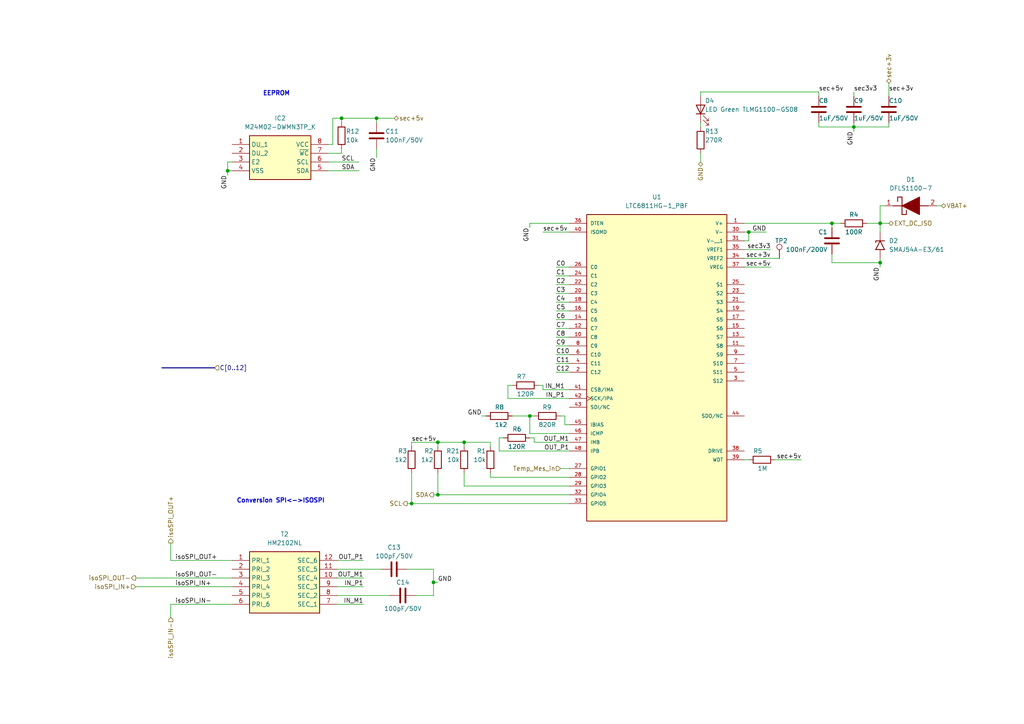
<source format=kicad_sch>
(kicad_sch (version 20230121) (generator eeschema)
  (paper "A4")
  (title_block (title "Secondary Battery monitoring IC") (date "2023-12-30") (rev "V1.0") (company "Valais Wallis Racing Team") (comment 1 "Bétrisey Mattia"))
  (lib_symbols
    (symbol "Connector:TestPoint" (pin_numbers hide) (pin_names (offset 0.762) hide)
      (property "Reference" "TP" (at 0 6.858 0))
      (property "Value" "TestPoint" (at 0 5.08 0))
      (symbol "TestPoint_0_1"
        (circle (center 0 3.302) (radius 0.762))
      )
      (symbol "TestPoint_1_1"
        (pin passive line (at 0 0 90) (length 2.54) (name "1") (number "1"))
      )
    )
    (symbol "DFLS1100-7:DFLS1100-7" (pin_names hide)
      (property "Reference" "D" (at 11.43 5.08 0))
      (property "Value" "DFLS1100-7" (at 11.43 2.54 0))
      (symbol "DFLS1100-7_1_1"
        (polyline (pts (xy 2.54 0) (xy 5.08 0)) (stroke (width 0.254)))
        (polyline (pts (xy 5.08 2.54) (xy 5.08 -2.54)) (stroke (width 0.254)))
        (polyline (pts (xy 10.16 0) (xy 12.7 0)) (stroke (width 0.254)))
        (polyline (pts (xy 5.08 -2.54) (xy 3.81 -2.54) (xy 3.81 -1.27)) (stroke (width 0.254)))
        (polyline (pts (xy 5.08 2.54) (xy 6.35 2.54) (xy 6.35 1.27)) (stroke (width 0.254)))
        (polyline (pts (xy 5.08 0) (xy 10.16 2.54) (xy 10.16 -2.54) (xy 5.08 0)) (stroke (width 0.254)) (fill (type outline)))
        (pin passive line (at 0 0 0) (length 2.54) (name "K") (number "1"))
        (pin passive line (at 15.24 0 180) (length 2.54) (name "A") (number "2"))
      )
    )
    (symbol "Device:C" (pin_numbers hide) (pin_names (offset 0.254))
      (property "Reference" "C" (at 0.635 2.54 0))
      (property "Value" "C" (at 0.635 -2.54 0))
      (symbol "C_0_1"
        (polyline (pts (xy -2.032 -0.762) (xy 2.032 -0.762)) (stroke (width 0.508)))
        (polyline (pts (xy -2.032 0.762) (xy 2.032 0.762)) (stroke (width 0.508)))
      )
      (symbol "C_1_1"
        (pin passive line (at 0 3.81 270) (length 2.794) (name "~") (number "1"))
        (pin passive line (at 0 -3.81 90) (length 2.794) (name "~") (number "2"))
      )
    )
    (symbol "Device:LED" (pin_numbers hide) (pin_names (offset 1.016) hide)
      (property "Reference" "D" (at 0 2.54 0))
      (property "Value" "LED" (at 0 -2.54 0))
      (symbol "LED_0_1"
        (polyline (pts (xy -1.27 -1.27) (xy -1.27 1.27)) (stroke (width 0.254)))
        (polyline (pts (xy -1.27 0) (xy 1.27 0)))
        (polyline (pts (xy 1.27 -1.27) (xy 1.27 1.27) (xy -1.27 0) (xy 1.27 -1.27)) (stroke (width 0.254)))
        (polyline (pts (xy -3.048 -0.762) (xy -4.572 -2.286) (xy -3.81 -2.286) (xy -4.572 -2.286) (xy -4.572 -1.524)))
        (polyline (pts (xy -1.778 -0.762) (xy -3.302 -2.286) (xy -2.54 -2.286) (xy -3.302 -2.286) (xy -3.302 -1.524)))
      )
      (symbol "LED_1_1"
        (pin passive line (at -3.81 0 0) (length 2.54) (name "K") (number "1"))
        (pin passive line (at 3.81 0 180) (length 2.54) (name "A") (number "2"))
      )
    )
    (symbol "Device:R" (pin_numbers hide) (pin_names (offset 0))
      (property "Reference" "R" (at 2.032 0 90))
      (property "Value" "R" (at 0 0 90))
      (symbol "R_0_1"
        (rectangle (start -1.016 -2.54) (end 1.016 2.54) (stroke (width 0.254)))
      )
      (symbol "R_1_1"
        (pin passive line (at 0 3.81 270) (length 1.27) (name "~") (number "1"))
        (pin passive line (at 0 -3.81 90) (length 1.27) (name "~") (number "2"))
      )
    )
    (symbol "Diode:SMAJ85A" (pin_numbers hide) (pin_names (offset 1.016) hide)
      (property "Reference" "D" (at 0 2.54 0))
      (property "Value" "SMAJ85A" (at 0 -2.54 0))
      (symbol "SMAJ85A_0_1"
        (polyline (pts (xy -0.762 1.27) (xy -1.27 1.27) (xy -1.27 -1.27)) (stroke (width 0.254)))
        (polyline (pts (xy 1.27 1.27) (xy 1.27 -1.27) (xy -1.27 0) (xy 1.27 1.27)) (stroke (width 0.254)))
      )
      (symbol "SMAJ85A_1_1"
        (pin passive line (at -3.81 0 0) (length 2.54) (name "A1") (number "1"))
        (pin passive line (at 3.81 0 180) (length 2.54) (name "A2") (number "2"))
      )
    )
    (symbol "HM2102NL:HM2102NL"
      (property "Reference" "T" (at 26.67 7.62 0))
      (property "Value" "HM2102NL" (at 26.67 5.08 0))
      (symbol "HM2102NL_1_1"
        (rectangle (start 5.08 2.54) (end 25.4 -15.24) (stroke (width 0.254)) (fill (type background)))
        (pin passive line (at 0 0 0) (length 5.08) (name "PRI_1") (number "1"))
        (pin passive line (at 30.48 -5.08 180) (length 5.08) (name "SEC_4") (number "10"))
        (pin passive line (at 30.48 -2.54 180) (length 5.08) (name "SEC_5") (number "11"))
        (pin passive line (at 30.48 0 180) (length 5.08) (name "SEC_6") (number "12"))
        (pin passive line (at 0 -2.54 0) (length 5.08) (name "PRI_2") (number "2"))
        (pin passive line (at 0 -5.08 0) (length 5.08) (name "PRI_3") (number "3"))
        (pin passive line (at 0 -7.62 0) (length 5.08) (name "PRI_4") (number "4"))
        (pin passive line (at 0 -10.16 0) (length 5.08) (name "PRI_5") (number "5"))
        (pin passive line (at 0 -12.7 0) (length 5.08) (name "PRI_6") (number "6"))
        (pin passive line (at 30.48 -12.7 180) (length 5.08) (name "SEC_1") (number "7"))
        (pin passive line (at 30.48 -10.16 180) (length 5.08) (name "SEC_2") (number "8"))
        (pin passive line (at 30.48 -7.62 180) (length 5.08) (name "SEC_3") (number "9"))
      )
    )
    (symbol "LTC6811HG-1_PBF:LTC6811HG-1_PBF" (pin_names (offset 1.016))
      (property "Reference" "U" (at -20.3929 43.8448 0))
      (property "Value" "LTC6811HG-1_PBF" (at -20.3495 -50.8702 0))
      (symbol "LTC6811HG-1_PBF_0_0"
        (rectangle (start -20.32 -45.72) (end 20.32 43.18) (stroke (width 0.254)) (fill (type background)))
        (pin power_in line (at 25.4 40.64 180) (length 5.08) (name "V+") (number "1"))
        (pin input line (at -25.4 7.62 0) (length 5.08) (name "C8") (number "10"))
        (pin bidirectional line (at 25.4 5.08 180) (length 5.08) (name "S8") (number "11"))
        (pin input line (at -25.4 10.16 0) (length 5.08) (name "C7") (number "12"))
        (pin bidirectional line (at 25.4 7.62 180) (length 5.08) (name "S7") (number "13"))
        (pin input line (at -25.4 12.7 0) (length 5.08) (name "C6") (number "14"))
        (pin bidirectional line (at 25.4 10.16 180) (length 5.08) (name "S6") (number "15"))
        (pin input line (at -25.4 15.24 0) (length 5.08) (name "C5") (number "16"))
        (pin bidirectional line (at 25.4 12.7 180) (length 5.08) (name "S5") (number "17"))
        (pin input line (at -25.4 17.78 0) (length 5.08) (name "C4") (number "18"))
        (pin bidirectional line (at 25.4 15.24 180) (length 5.08) (name "S4") (number "19"))
        (pin input line (at -25.4 -2.54 0) (length 5.08) (name "C12") (number "2"))
        (pin input line (at -25.4 20.32 0) (length 5.08) (name "C3") (number "20"))
        (pin bidirectional line (at 25.4 17.78 180) (length 5.08) (name "S3") (number "21"))
        (pin input line (at -25.4 22.86 0) (length 5.08) (name "C2") (number "22"))
        (pin bidirectional line (at 25.4 20.32 180) (length 5.08) (name "S2") (number "23"))
        (pin input line (at -25.4 25.4 0) (length 5.08) (name "C1") (number "24"))
        (pin bidirectional line (at 25.4 22.86 180) (length 5.08) (name "S1") (number "25"))
        (pin input line (at -25.4 27.94 0) (length 5.08) (name "C0") (number "26"))
        (pin bidirectional line (at -25.4 -30.48 0) (length 5.08) (name "GPIO1") (number "27"))
        (pin bidirectional line (at -25.4 -33.02 0) (length 5.08) (name "GPIO2") (number "28"))
        (pin bidirectional line (at -25.4 -35.56 0) (length 5.08) (name "GPIO3") (number "29"))
        (pin bidirectional line (at 25.4 -5.08 180) (length 5.08) (name "S12") (number "3"))
        (pin power_in line (at 25.4 38.1 180) (length 5.08) (name "V-") (number "30"))
        (pin power_in line (at 25.4 35.56 180) (length 5.08) (name "V-__1") (number "31"))
        (pin bidirectional line (at -25.4 -38.1 0) (length 5.08) (name "GPIO4") (number "32"))
        (pin bidirectional line (at -25.4 -40.64 0) (length 5.08) (name "GPIO5") (number "33"))
        (pin power_in line (at 25.4 30.48 180) (length 5.08) (name "VREF2") (number "34"))
        (pin power_in line (at 25.4 33.02 180) (length 5.08) (name "VREF1") (number "35"))
        (pin input line (at -25.4 40.64 0) (length 5.08) (name "DTEN") (number "36"))
        (pin power_in line (at 25.4 27.94 180) (length 5.08) (name "VREG") (number "37"))
        (pin output line (at 25.4 -25.4 180) (length 5.08) (name "DRIVE") (number "38"))
        (pin output line (at 25.4 -27.94 180) (length 5.08) (name "WDT") (number "39"))
        (pin input line (at -25.4 0 0) (length 5.08) (name "C11") (number "4"))
        (pin input line (at -25.4 38.1 0) (length 5.08) (name "ISOMD") (number "40"))
        (pin input line (at -25.4 -7.62 0) (length 5.08) (name "CSB/IMA") (number "41"))
        (pin input clock (at -25.4 -10.16 0) (length 5.08) (name "SCK/IPA") (number "42"))
        (pin input line (at -25.4 -12.7 0) (length 5.08) (name "SDI/NC") (number "43"))
        (pin output line (at 25.4 -15.24 180) (length 5.08) (name "SDO/NC") (number "44"))
        (pin bidirectional line (at -25.4 -17.78 0) (length 5.08) (name "IBIAS") (number "45"))
        (pin bidirectional line (at -25.4 -20.32 0) (length 5.08) (name "ICMP") (number "46"))
        (pin bidirectional line (at -25.4 -22.86 0) (length 5.08) (name "IMB") (number "47"))
        (pin bidirectional line (at -25.4 -25.4 0) (length 5.08) (name "IPB") (number "48"))
        (pin bidirectional line (at 25.4 -2.54 180) (length 5.08) (name "S11") (number "5"))
        (pin input line (at -25.4 2.54 0) (length 5.08) (name "C10") (number "6"))
        (pin bidirectional line (at 25.4 0 180) (length 5.08) (name "S10") (number "7"))
        (pin input line (at -25.4 5.08 0) (length 5.08) (name "C9") (number "8"))
        (pin bidirectional line (at 25.4 2.54 180) (length 5.08) (name "S9") (number "9"))
      )
    )
    (symbol "M24M02-DWMN3TP_K:M24M02-DWMN3TP_K"
      (property "Reference" "IC" (at 24.13 7.62 0))
      (property "Value" "M24M02-DWMN3TP_K" (at 24.13 5.08 0))
      (symbol "M24M02-DWMN3TP_K_1_1"
        (rectangle (start 5.08 2.54) (end 22.86 -10.16) (stroke (width 0.254)) (fill (type background)))
        (pin passive line (at 0 0 0) (length 5.08) (name "DU_1") (number "1"))
        (pin passive line (at 0 -2.54 0) (length 5.08) (name "DU_2") (number "2"))
        (pin passive line (at 0 -5.08 0) (length 5.08) (name "E2") (number "3"))
        (pin passive line (at 0 -7.62 0) (length 5.08) (name "VSS") (number "4"))
        (pin passive line (at 27.94 -7.62 180) (length 5.08) (name "SDA") (number "5"))
        (pin passive line (at 27.94 -5.08 180) (length 5.08) (name "SCL") (number "6"))
        (pin passive line (at 27.94 -2.54 180) (length 5.08) (name "~{WC}") (number "7"))
        (pin passive line (at 27.94 0 180) (length 5.08) (name "VCC") (number "8"))
      )
    )
  )
  (junction (at 217.17 67.31))
  (junction (at 255.27 64.77))
  (junction (at 119.38 146.05))
  (junction (at 153.67 120.65))
  (junction (at 134.62 128.27))
  (junction (at 255.27 76.2))
  (junction (at 66.04 49.53))
  (junction (at 241.3 64.77))
  (junction (at 109.22 34.29))
  (junction (at 125.73 168.91))
  (junction (at 127 143.51))
  (junction (at 99.06 34.29))
  (junction (at 247.65 36.83))
  (junction (at 127 128.27))
  (wire (pts (xy 49.53 157.48) (xy 49.53 162.56)))
  (wire (pts (xy 257.81 24.13) (xy 257.81 27.94)))
  (wire (pts (xy 147.32 115.57) (xy 165.1 115.57)))
  (wire (pts (xy 127 128.27) (xy 127 129.54)))
  (wire (pts (xy 147.32 111.76) (xy 148.59 111.76)))
  (wire (pts (xy 66.04 46.99) (xy 66.04 49.53)))
  (wire (pts (xy 203.2 44.45) (xy 203.2 46.99)))
  (wire (pts (xy 49.53 175.26) (xy 49.53 179.07)))
  (wire (pts (xy 99.06 34.29) (xy 99.06 35.56)))
  (wire (pts (xy 95.25 46.99) (xy 104.14 46.99)))
  (wire (pts (xy 147.32 111.76) (xy 147.32 115.57)))
  (wire (pts (xy 163.83 123.19) (xy 165.1 123.19)))
  (wire (pts (xy 96.52 34.29) (xy 96.52 41.91)))
  (wire (pts (xy 243.84 64.77) (xy 241.3 64.77)))
  (wire (pts (xy 247.65 36.83) (xy 257.81 36.83)))
  (wire (pts (xy 99.06 34.29) (xy 109.22 34.29)))
  (wire (pts (xy 165.1 100.33) (xy 161.29 100.33)))
  (wire (pts (xy 144.78 127) (xy 144.78 130.81)))
  (wire (pts (xy 153.67 120.65) (xy 153.67 125.73)))
  (wire (pts (xy 142.24 137.16) (xy 142.24 138.43)))
  (wire (pts (xy 165.1 135.89) (xy 162.56 135.89)))
  (wire (pts (xy 215.9 72.39) (xy 223.52 72.39)))
  (wire (pts (xy 118.11 165.1) (xy 125.73 165.1)))
  (wire (pts (xy 217.17 133.35) (xy 215.9 133.35)))
  (wire (pts (xy 163.83 120.65) (xy 162.56 120.65)))
  (wire (pts (xy 255.27 59.69) (xy 255.27 64.77)))
  (wire (pts (xy 165.1 80.01) (xy 161.29 80.01)))
  (wire (pts (xy 39.37 167.64) (xy 67.31 167.64)))
  (wire (pts (xy 127 168.91) (xy 125.73 168.91)))
  (wire (pts (xy 157.48 111.76) (xy 156.21 111.76)))
  (wire (pts (xy 217.17 67.31) (xy 222.25 67.31)))
  (wire (pts (xy 125.73 143.51) (xy 127 143.51)))
  (wire (pts (xy 99.06 43.18) (xy 99.06 44.45)))
  (wire (pts (xy 153.67 120.65) (xy 148.59 120.65)))
  (wire (pts (xy 66.04 46.99) (xy 67.31 46.99)))
  (wire (pts (xy 97.79 167.64) (xy 105.41 167.64)))
  (wire (pts (xy 134.62 128.27) (xy 134.62 129.54)))
  (wire (pts (xy 134.62 140.97) (xy 165.1 140.97)))
  (wire (pts (xy 153.67 64.77) (xy 153.67 66.04)))
  (wire (pts (xy 134.62 137.16) (xy 134.62 140.97)))
  (wire (pts (xy 255.27 76.2) (xy 255.27 77.47)))
  (wire (pts (xy 95.25 44.45) (xy 99.06 44.45)))
  (wire (pts (xy 203.2 36.83) (xy 203.2 35.56)))
  (wire (pts (xy 153.67 120.65) (xy 154.94 120.65)))
  (wire (pts (xy 144.78 130.81) (xy 165.1 130.81)))
  (wire (pts (xy 215.9 67.31) (xy 217.17 67.31)))
  (wire (pts (xy 161.29 107.95) (xy 165.1 107.95)))
  (wire (pts (xy 241.3 73.66) (xy 241.3 76.2)))
  (wire (pts (xy 237.49 27.94) (xy 237.49 26.67)))
  (wire (pts (xy 163.83 120.65) (xy 163.83 123.19)))
  (wire (pts (xy 215.9 74.93) (xy 226.06 74.93)))
  (wire (pts (xy 203.2 26.67) (xy 237.49 26.67)))
  (wire (pts (xy 247.65 35.56) (xy 247.65 36.83)))
  (wire (pts (xy 142.24 128.27) (xy 142.24 129.54)))
  (wire (pts (xy 127 143.51) (xy 127 137.16)))
  (wire (pts (xy 203.2 26.67) (xy 203.2 27.94)))
  (wire (pts (xy 96.52 34.29) (xy 99.06 34.29)))
  (wire (pts (xy 139.7 120.65) (xy 140.97 120.65)))
  (wire (pts (xy 247.65 26.67) (xy 247.65 27.94)))
  (wire (pts (xy 153.67 127) (xy 154.94 127)))
  (wire (pts (xy 97.79 165.1) (xy 110.49 165.1)))
  (wire (pts (xy 165.1 85.09) (xy 161.29 85.09)))
  (wire (pts (xy 232.41 133.35) (xy 224.79 133.35)))
  (wire (pts (xy 165.1 102.87) (xy 161.29 102.87)))
  (wire (pts (xy 215.9 77.47) (xy 223.52 77.47)))
  (wire (pts (xy 66.04 49.53) (xy 67.31 49.53)))
  (wire (pts (xy 257.81 35.56) (xy 257.81 36.83)))
  (wire (pts (xy 165.1 77.47) (xy 161.29 77.47)))
  (wire (pts (xy 165.1 87.63) (xy 161.29 87.63)))
  (wire (pts (xy 154.94 128.27) (xy 165.1 128.27)))
  (wire (pts (xy 165.1 90.17) (xy 161.29 90.17)))
  (wire (pts (xy 66.04 49.53) (xy 66.04 50.8)))
  (wire (pts (xy 127 128.27) (xy 134.62 128.27)))
  (wire (pts (xy 119.38 128.27) (xy 127 128.27)))
  (wire (pts (xy 118.11 146.05) (xy 119.38 146.05)))
  (wire (pts (xy 153.67 125.73) (xy 165.1 125.73)))
  (wire (pts (xy 215.9 64.77) (xy 241.3 64.77)))
  (wire (pts (xy 109.22 34.29) (xy 109.22 35.56)))
  (wire (pts (xy 39.37 170.18) (xy 67.31 170.18)))
  (wire (pts (xy 241.3 64.77) (xy 241.3 66.04)))
  (wire (pts (xy 127 143.51) (xy 165.1 143.51)))
  (wire (pts (xy 97.79 172.72) (xy 113.03 172.72)))
  (wire (pts (xy 215.9 69.85) (xy 217.17 69.85)))
  (wire (pts (xy 273.05 59.69) (xy 271.78 59.69)))
  (wire (pts (xy 255.27 64.77) (xy 255.27 67.31)))
  (wire (pts (xy 255.27 74.93) (xy 255.27 76.2)))
  (wire (pts (xy 165.1 82.55) (xy 161.29 82.55)))
  (wire (pts (xy 134.62 128.27) (xy 142.24 128.27)))
  (wire (pts (xy 165.1 92.71) (xy 161.29 92.71)))
  (bus (pts (xy 46.99 106.68) (xy 62.23 106.68)))
  (wire (pts (xy 165.1 97.79) (xy 161.29 97.79)))
  (wire (pts (xy 165.1 95.25) (xy 161.29 95.25)))
  (wire (pts (xy 256.54 59.69) (xy 255.27 59.69)))
  (wire (pts (xy 49.53 162.56) (xy 67.31 162.56)))
  (wire (pts (xy 119.38 128.27) (xy 119.38 129.54)))
  (wire (pts (xy 157.48 113.03) (xy 165.1 113.03)))
  (wire (pts (xy 237.49 36.83) (xy 247.65 36.83)))
  (wire (pts (xy 165.1 138.43) (xy 142.24 138.43)))
  (wire (pts (xy 120.65 172.72) (xy 125.73 172.72)))
  (wire (pts (xy 217.17 67.31) (xy 217.17 69.85)))
  (wire (pts (xy 97.79 175.26) (xy 105.41 175.26)))
  (wire (pts (xy 161.29 105.41) (xy 165.1 105.41)))
  (wire (pts (xy 157.48 111.76) (xy 157.48 113.03)))
  (wire (pts (xy 97.79 170.18) (xy 105.41 170.18)))
  (wire (pts (xy 125.73 168.91) (xy 125.73 172.72)))
  (wire (pts (xy 49.53 175.26) (xy 67.31 175.26)))
  (wire (pts (xy 251.46 64.77) (xy 255.27 64.77)))
  (wire (pts (xy 154.94 127) (xy 154.94 128.27)))
  (wire (pts (xy 109.22 34.29) (xy 114.3 34.29)))
  (wire (pts (xy 125.73 165.1) (xy 125.73 168.91)))
  (wire (pts (xy 96.52 41.91) (xy 95.25 41.91)))
  (wire (pts (xy 119.38 137.16) (xy 119.38 146.05)))
  (wire (pts (xy 241.3 76.2) (xy 255.27 76.2)))
  (wire (pts (xy 153.67 64.77) (xy 165.1 64.77)))
  (wire (pts (xy 109.22 43.18) (xy 109.22 45.72)))
  (wire (pts (xy 247.65 38.1) (xy 247.65 36.83)))
  (wire (pts (xy 97.79 162.56) (xy 105.41 162.56)))
  (wire (pts (xy 157.48 67.31) (xy 165.1 67.31)))
  (wire (pts (xy 95.25 49.53) (xy 104.14 49.53)))
  (wire (pts (xy 257.81 64.77) (xy 255.27 64.77)))
  (wire (pts (xy 144.78 127) (xy 146.05 127)))
  (wire (pts (xy 237.49 36.83) (xy 237.49 35.56)))
  (wire (pts (xy 119.38 146.05) (xy 165.1 146.05)))
  (text "EEPROM\n" (at 76.2 27.94 0) (effects (font (size 1.27 1.27) (thickness 0.254) bold) (justify left bottom)))
  (text "Conversion SPI<->ISOSPI" (at 68.58 146.05 0) (effects (font (size 1.27 1.27) (thickness 0.254) bold) (justify left bottom)))
  (label "sec3v3" (at 247.65 26.67 0))
  (label "sec+5v" (at 157.48 67.31 0))
  (label "sec+3v" (at 257.81 26.67 0))
  (label "GND" (at 127 168.91 0))
  (label "sec+3v" (at 223.52 74.93 180))
  (label "IN_M1" (at 105.41 175.26 180))
  (label "C9" (at 161.29 100.33 0))
  (label "GND" (at 222.25 67.31 180))
  (label "OUT_M1" (at 105.41 167.64 180))
  (label "C5" (at 161.29 90.17 0))
  (label "isoSPI_OUT+" (at 50.8 162.56 0))
  (label "C2" (at 161.29 82.55 0))
  (label "GND" (at 109.22 45.72 270))
  (label "C8" (at 161.29 97.79 0))
  (label "OUT_P1" (at 105.41 162.56 180))
  (label "IN_M1" (at 163.83 113.03 180))
  (label "IN_P1" (at 105.41 170.18 180))
  (label "isoSPI_IN-" (at 50.8 175.26 0))
  (label "OUT_P1" (at 165.1 130.81 180))
  (label "sec+5v" (at 223.52 77.47 180))
  (label "OUT_M1" (at 165.1 128.27 180))
  (label "GND" (at 66.04 50.8 270))
  (label "C0" (at 161.29 77.47 0))
  (label "SCL" (at 99.06 46.99 0))
  (label "C12" (at 161.29 107.95 0))
  (label "GND" (at 247.65 38.1 270))
  (label "GND" (at 153.67 66.04 270))
  (label "GND" (at 139.7 120.65 180))
  (label "sec+5v" (at 232.41 133.35 180))
  (label "C1" (at 161.29 80.01 0))
  (label "sec+5v" (at 237.49 26.67 0))
  (label "isoSPI_IN+" (at 50.8 170.18 0))
  (label "sec3v3" (at 223.52 72.39 180))
  (label "C11" (at 161.29 105.41 0))
  (label "sec+5v" (at 119.38 128.27 0))
  (label "C4" (at 161.29 87.63 0))
  (label "isoSPI_OUT-" (at 50.8 167.64 0))
  (label "SDA" (at 99.06 49.53 0))
  (label "C10" (at 161.29 102.87 0))
  (label "C7" (at 161.29 95.25 0))
  (label "C6" (at 161.29 92.71 0))
  (label "IN_P1" (at 163.83 115.57 180))
  (label "GND" (at 255.27 77.47 270))
  (label "C3" (at 161.29 85.09 0))
  (hierarchical_label "isoSPI_IN+" (shape input) (at 39.37 170.18 180))
  (hierarchical_label "sec+5v" (shape bidirectional) (at 114.3 34.29 0))
  (hierarchical_label "Temp_Mes_in" (shape input) (at 162.56 135.89 180))
  (hierarchical_label "GND" (shape bidirectional) (at 203.2 46.99 270))
  (hierarchical_label "isoSPI_IN-" (shape input) (at 49.53 179.07 270))
  (hierarchical_label "SCL" (shape output) (at 118.11 146.05 180))
  (hierarchical_label "C[0..12]" (shape input) (at 62.23 106.68 0))
  (hierarchical_label "VBAT+" (shape bidirectional) (at 273.05 59.69 0))
  (hierarchical_label "isoSPI_OUT+" (shape output) (at 49.53 157.48 90))
  (hierarchical_label "EXT_DC_ISO" (shape bidirectional) (at 257.81 64.77 0))
  (hierarchical_label "SDA" (shape output) (at 125.73 143.51 180))
  (hierarchical_label "sec+3v" (shape bidirectional) (at 257.81 24.13 90))
  (hierarchical_label "isoSPI_OUT-" (shape output) (at 39.37 167.64 180))
  (symbol (lib_id "Device:R") (at 203.2 40.64 0) (unit 1)
    (property "Reference" "R13" (at 204.47 38.1 0) (effects (justify left)))
    (property "Value" "270R" (at 204.47 40.64 0) (effects (justify left)))
    (property "Footprint" "Resistor_SMD:R_0603_1608Metric" (effects hide))
    (property "part number" "generic" (effects hide))
    (property "DESCRIPTION" "Resistor SMD 270R 0603" (effects hide))
    (instances (project "BMS-Slave" (path "" (reference "R13") (unit 1)) (path "" (reference "R121") (unit 1))))
  )
  (symbol (lib_id "Device:R") (at 149.86 127 270) (mirror x) (unit 1)
    (property "Reference" "R6" (at 148.59 124.46 90) (effects (justify left)))
    (property "Value" "120R" (at 147.32 129.54 90) (effects (justify left)))
    (property "Footprint" "Resistor_SMD:R_0603_1608Metric" (effects hide))
    (property "part number" "generic" (effects hide))
    (property "DESCRIPTION" "Resistor SMD 120R 0603" (effects hide))
    (instances (project "BMS-Slave" (path "" (reference "R6") (unit 1)) (path "" (reference "R18") (unit 1)) (path "" (reference "R126") (unit 1))))
  )
  (symbol (lib_id "Device:C") (at 109.22 39.37 0) (unit 1)
    (property "Reference" "C11" (at 111.76 38.1 0) (effects (justify left)))
    (property "Value" "100nF/50V" (at 111.76 40.64 0) (effects (justify left)))
    (property "Footprint" "Capacitor_SMD:C_0603_1608Metric" (effects hide))
    (property "part number" "generic" (effects hide))
    (property "DESCRIPTION" "Capa 100nF/50V" (effects hide))
    (instances (project "BMS-Slave" (path "" (reference "C11") (unit 1)) (path "" (reference "C73") (unit 1))))
  )
  (symbol (lib_id "Device:R") (at 142.24 133.35 0) (mirror y) (unit 1)
    (property "Reference" "R1" (at 140.97 130.81 0) (effects (justify left)))
    (property "Value" "10k" (at 140.97 133.35 0) (effects (justify left)))
    (property "Footprint" "Resistor_SMD:R_0603_1608Metric" (effects hide))
    (property "part number" "generic" (effects hide))
    (property "DESCRIPTION" "Resistor SMD 10k 0603" (effects hide))
    (instances (project "BMS-Slave" (path "" (reference "R1") (unit 1)) (path "" (reference "R22") (unit 1)) (path "" (reference "R130") (unit 1))))
  )
  (symbol (lib_id "Device:R") (at 220.98 133.35 270) (unit 1)
    (property "Reference" "R5" (at 218.44 130.81 90) (effects (justify left)))
    (property "Value" "1M" (at 219.71 135.89 90) (effects (justify left)))
    (property "Footprint" "Resistor_SMD:R_0603_1608Metric" (effects hide))
    (property "part number" "generic" (effects hide))
    (property "DESCRIPTION" "Resistor SMD 1M 0603" (effects hide))
    (instances (project "BMS-Slave" (path "" (reference "R5") (unit 1)) (path "" (reference "R23") (unit 1)) (path "" (reference "R131") (unit 1))))
  )
  (symbol (lib_id "Device:C") (at 241.3 69.85 0) (mirror y) (unit 1)
    (property "Reference" "C1" (at 240.03 67.31 0) (effects (justify left)))
    (property "Value" "100nF/200V" (at 240.03 72.39 0) (effects (justify left)))
    (property "Footprint" "Capacitor_SMD:C_1206_3216Metric" (effects hide))
    (property "part number" "generic" (effects hide))
    (property "DESCRIPTION" "Capa 100nF/200V" (effects hide))
    (instances (project "BMS-Slave" (path "" (reference "C1") (unit 1)) (path "" (reference "C12") (unit 1)) (path "" (reference "C74") (unit 1))))
  )
  (symbol (lib_id "Device:C") (at 237.49 31.75 0) (unit 1)
    (property "Reference" "C8" (at 237.49 29.21 0) (effects (justify left)))
    (property "Value" "1uF/50V" (at 237.49 34.29 0) (effects (justify left)))
    (property "Footprint" "Capacitor_SMD:C_0805_2012Metric" (effects hide))
    (property "DESCRIPTION" "Capa 1uF/50V" (effects hide))
    (property "part number" "generic" (effects hide))
    (instances (project "BMS-Slave" (path "" (reference "C8") (unit 1)) (path "" (reference "C70") (unit 1))))
  )
  (symbol (lib_id "Device:C") (at 114.3 165.1 90) (unit 1)
    (property "Reference" "C13" (at 114.3 158.75 90))
    (property "Value" "100pF/50V" (at 114.3 161.29 90))
    (property "Footprint" "Capacitor_SMD:C_0603_1608Metric" (effects hide))
    (property "part number" "generic" (effects hide))
    (property "DESCRIPTION" "Capa 100pF/50V" (effects hide))
    (instances (project "BMS-Slave" (path "" (reference "C13") (unit 1)) (path "" (reference "C75") (unit 1))))
  )
  (symbol (lib_id "Device:R") (at 144.78 120.65 270) (unit 1)
    (property "Reference" "R8" (at 143.51 118.11 90) (effects (justify left)))
    (property "Value" "1k2" (at 143.51 123.19 90) (effects (justify left)))
    (property "Footprint" "Resistor_SMD:R_0603_1608Metric" (effects hide))
    (property "part number" "generic" (effects hide))
    (property "DESCRIPTION" "Resistor SMD 1k2 0603" (effects hide))
    (instances (project "BMS-Slave" (path "" (reference "R8") (unit 1)) (path "" (reference "R16") (unit 1)) (path "" (reference "R124") (unit 1))))
  )
  (symbol (lib_id "Device:LED") (at 203.2 31.75 90) (unit 1)
    (property "Reference" "D4" (at 204.47 29.21 90) (effects (justify right)))
    (property "Value" "LED Green TLMG1100-GS08" (at 204.47 31.75 90) (effects (justify right)))
    (property "Footprint" "LED_SMD:LED_0603_1608Metric" (effects hide))
    (property "Seller" "Mouser" (effects hide))
    (property "part number" "78-TLMG1100" (effects hide))
    (property "unit price" "0.31" (effects hide))
    (property "DESCRIPTION" "Standard LEDs - SMD Green Non-Diffused" (effects hide))
    (property "Manufacturer_Name" "Vishay Semiconductors" (effects hide))
    (instances (project "BMS-Slave" (path "" (reference "D4") (unit 1)) (path "" (reference "D20") (unit 1))))
  )
  (symbol (lib_id "Device:R") (at 152.4 111.76 270) (mirror x) (unit 1)
    (property "Reference" "R7" (at 149.86 109.22 90) (effects (justify left)))
    (property "Value" "120R" (at 149.86 114.3 90) (effects (justify left)))
    (property "Footprint" "Resistor_SMD:R_0603_1608Metric" (effects hide))
    (property "part number" "generic" (effects hide))
    (property "DESCRIPTION" "Resistor SMD 120R 0603" (effects hide))
    (instances (project "BMS-Slave" (path "" (reference "R7") (unit 1)) (path "" (reference "R15") (unit 1)) (path "" (reference "R123") (unit 1))))
  )
  (symbol (lib_id "Device:R") (at 127 133.35 0) (mirror y) (unit 1)
    (property "Reference" "R2" (at 125.73 130.81 0) (effects (justify left)))
    (property "Value" "1k2" (at 125.73 133.35 0) (effects (justify left)))
    (property "Footprint" "Resistor_SMD:R_0603_1608Metric" (effects hide))
    (property "part number" "generic" (effects hide))
    (property "DESCRIPTION" "Resistor SMD 1k2 0603" (effects hide))
    (instances (project "BMS-Slave" (path "" (reference "R2") (unit 1)) (path "" (reference "R20") (unit 1)) (path "" (reference "R128") (unit 1))))
  )
  (symbol (lib_id "Device:R") (at 247.65 64.77 270) (mirror x) (unit 1)
    (property "Reference" "R4" (at 247.65 62.23 90))
    (property "Value" "100R" (at 247.65 67.31 90))
    (property "Footprint" "Resistor_SMD:R_0805_2012Metric" (effects hide))
    (property "part number" "generic" (effects hide))
    (property "DESCRIPTION" "Resistor SMD 100R 0803" (effects hide))
    (instances (project "BMS-Slave" (path "" (reference "R4") (unit 1)) (path "" (reference "R14") (unit 1)) (path "" (reference "R122") (unit 1))))
  )
  (symbol (lib_id "LTC6811HG-1_PBF:LTC6811HG-1_PBF") (at 190.5 105.41 0) (unit 1)
    (property "Reference" "U1" (at 190.5 57.15 0))
    (property "Value" "LTC6811HG-1_PBF" (at 190.5 59.69 0))
    (property "Footprint" "LTC6811HG-1#PBF:SOP50P780X200-48N" (effects hide))
    (property "MF" "Analog Devices" (effects hide))
    (property "DESCRIPTION" "Battery Management 12 Channel Multicell Battery Monitor with Daisy Chain Interface, Generation 4" (effects hide))
    (property "PACKAGE" "FSOP-48 Analog Devices" (effects hide))
    (property "PRICE" "None" (effects hide))
    (property "Package" "FSOP-48 Analog Devices" (effects hide))
    (property "Check_prices" "https://www.snapeda.com/parts/LTC6811HG-1%23PBF/Analog+Devices/view-part/?ref=eda" (effects hide))
    (property "Price" "None" (effects hide))
    (property "SnapEDA_Link" "https://www.snapeda.com/parts/LTC6811HG-1%23PBF/Analog+Devices/view-part/?ref=snap" (effects hide))
    (property "MP" "LTC6811HG-1#PBF" (effects hide))
    (property "Purchase-URL" "https://www.snapeda.com/api/url_track_click_mouser/?unipart_id=2761924&manufacturer=Analog Devices&part_name=LTC6811HG-1#PBF&search_term=None" (effects hide))
    (property "Availability" "In Stock" (effects hide))
    (property "AVAILABILITY" "Unavailable" (effects hide))
    (property "Description" "\nBattery Battery Monitor IC Multi-Chemistry 48-SSOP\n" (effects hide))
    (property "Seller" "Mouser" (effects hide))
    (property "part number" "584-LTC6811HG-1#PBF" (effects hide))
    (property "unit price" "18.68" (effects hide))
    (property "Manufacturer_Name" "Analog Devices" (effects hide))
    (instances (project "BMS-Slave" (path "" (reference "U1") (unit 1)) (path "" (reference "U2") (unit 1)) (path "" (reference "U9") (unit 1))))
  )
  (symbol (lib_id "HM2102NL:HM2102NL") (at 67.31 162.56 0) (unit 1)
    (property "Reference" "T2" (at 82.55 154.94 0))
    (property "Value" "HM2102NL" (at 82.55 157.48 0))
    (property "Footprint" "HM2102NL:SOP200P1473X500-12N" (effects hide))
    (property "Datasheet" "https://productfinder.pulseeng.com/doc_type/WEB301/doc_num/HM2102NL/doc_part/HM2102NL.pdf" (effects hide))
    (property "Height" "5" (effects hide))
    (property "Manufacturer_Name" "Pulse Electronics" (effects hide))
    (property "Manufacturer_Part_Number" "HM2102NL" (effects hide))
    (property "Mouser Part Number" "673-HM2102NL" (effects hide))
    (property "Mouser Price/Stock" "https://www.mouser.co.uk/ProductDetail/Pulse-Electronics/HM2102NL?qs=1mbolxNpo8c93YBFuby5tg%3D%3D" (effects hide))
    (property "Arrow Part Number" "HM2102NL" (effects hide))
    (property "Arrow Price/Stock" "https://www.arrow.com/en/products/hm2102nl/pulse-electronics-corporation" (effects hide))
    (property "Seller" "Farnell" (effects hide))
    (property "part number" "3861166" (effects hide))
    (property "unit price" "5.97" (effects hide))
    (property "DESCRIPTION" "Common Mode Chokes / Filters MDL DUAL XFMR-CMC AEC-Q200" (effects hide))
    (instances (project "BMS-Slave" (path "" (reference "T2") (unit 1)) (path "" (reference "T3") (unit 1))))
  )
  (symbol (lib_id "Device:C") (at 257.81 31.75 0) (unit 1)
    (property "Reference" "C10" (at 257.81 29.21 0) (effects (justify left)))
    (property "Value" "1uF/50V" (at 257.81 34.29 0) (effects (justify left)))
    (property "Footprint" "Capacitor_SMD:C_0805_2012Metric" (effects hide))
    (property "DESCRIPTION" "Capa 1uF/50V" (effects hide))
    (property "part number" "generic" (effects hide))
    (instances (project "BMS-Slave" (path "" (reference "C10") (unit 1)) (path "" (reference "C72") (unit 1))))
  )
  (symbol (lib_id "M24M02-DWMN3TP_K:M24M02-DWMN3TP_K") (at 67.31 41.91 0) (unit 1)
    (property "Reference" "IC2" (at 81.28 34.29 0))
    (property "Value" "M24M02-DWMN3TP_K" (at 81.28 36.83 0))
    (property "Footprint" "M24M02-DWMN3TPK:SOIC127P600X175-8N" (effects hide))
    (property "Datasheet" "http://www.st.com/st-web-ui/static/active/en/resource/technical/document/datasheet/DM00200595.pdf" (effects hide))
    (property "Height" "1.75" (effects hide))
    (property "Manufacturer_Name" "STMicroelectronics" (effects hide))
    (property "Manufacturer_Part_Number" "M24M02-DWMN3TP/K" (effects hide))
    (property "Mouser Part Number" "511-M24M02-DWMN3TP/K" (effects hide))
    (property "Mouser Price/Stock" "https://www.mouser.co.uk/ProductDetail/STMicroelectronics/M24M02-DWMN3TP-K?qs=BA62vJVifGoXWd89ZCP6xQ%3D%3D" (effects hide))
    (property "Arrow Part Number" "M24M02-DWMN3TP/K" (effects hide))
    (property "Arrow Price/Stock" "https://www.arrow.com/en/products/m24m02-dwmn3tpk/stmicroelectronics?region=nac" (effects hide))
    (property "Seller" "Mouser" (effects hide))
    (property "part number" "511-M24M02-DWMN3TP/K" (effects hide))
    (property "unit price" "3.89" (effects hide))
    (property "DESCRIPTION" "EEPROM Automotive 2-Mbit serial I2C bus EEPROM 1 MHz clock" (effects hide))
    (instances (project "BMS-Slave" (path "" (reference "IC2") (unit 1)) (path "" (reference "IC15") (unit 1))))
  )
  (symbol (lib_id "Device:C") (at 116.84 172.72 90) (unit 1)
    (property "Reference" "C14" (at 116.84 168.91 90))
    (property "Value" "100pF/50V" (at 116.84 176.53 90))
    (property "Footprint" "Capacitor_SMD:C_0603_1608Metric" (effects hide))
    (property "part number" "generic" (effects hide))
    (property "DESCRIPTION" "Capa 100pF/50V" (effects hide))
    (instances (project "BMS-Slave" (path "" (reference "C14") (unit 1)) (path "" (reference "C76") (unit 1))))
  )
  (symbol (lib_id "Device:R") (at 158.75 120.65 90) (unit 1)
    (property "Reference" "R9" (at 160.02 118.11 90) (effects (justify left)))
    (property "Value" "820R" (at 161.29 123.19 90) (effects (justify left)))
    (property "Footprint" "Resistor_SMD:R_0603_1608Metric" (effects hide))
    (property "part number" "generic" (effects hide))
    (property "DESCRIPTION" "Resistor SMD 820R 0603" (effects hide))
    (instances (project "BMS-Slave" (path "" (reference "R9") (unit 1)) (path "" (reference "R17") (unit 1)) (path "" (reference "R125") (unit 1))))
  )
  (symbol (lib_id "Diode:SMAJ85A") (at 255.27 71.12 90) (mirror x) (unit 1)
    (property "Reference" "D2" (at 257.81 69.85 90) (effects (justify right)))
    (property "Value" "SMAJ54A-E3/61" (at 257.81 72.39 90) (effects (justify right)))
    (property "Footprint" "Diode_SMD:D_SMA" (effects hide))
    (property "Datasheet" "https://www.littelfuse.com/media?resourcetype=datasheets&itemid=75e32973-b177-4ee3-a0ff-cedaf1abdb93&filename=smaj-datasheet" (effects hide))
    (property "Seller" "Mouser" (effects hide))
    (property "part number" "625-SMAJ54A-E3" (effects hide))
    (property "unit price" "0.37" (effects hide))
    (property "DESCRIPTION" "ESD Suppressors / TVS Diodes 400W 54V" (effects hide))
    (property "Manufacturer_Name" "Vishay General Semiconductors" (effects hide))
    (instances (project "BMS-Slave" (path "" (reference "D2") (unit 1)) (path "" (reference "D6") (unit 1)) (path "" (reference "D22") (unit 1))))
  )
  (symbol (lib_id "Device:C") (at 247.65 31.75 0) (unit 1)
    (property "Reference" "C9" (at 247.65 29.21 0) (effects (justify left)))
    (property "Value" "1uF/50V" (at 247.65 34.29 0) (effects (justify left)))
    (property "Footprint" "Capacitor_SMD:C_0805_2012Metric" (effects hide))
    (property "DESCRIPTION" "Capa 1uF/50V" (effects hide))
    (property "part number" "generic" (effects hide))
    (instances (project "BMS-Slave" (path "" (reference "C9") (unit 1)) (path "" (reference "C71") (unit 1))))
  )
  (symbol (lib_id "DFLS1100-7:DFLS1100-7") (at 256.54 59.69 0) (mirror x) (unit 1)
    (property "Reference" "D1" (at 264.16 52.07 0))
    (property "Value" "DFLS1100-7" (at 264.16 54.61 0))
    (property "Footprint" "DFLS1100-7:POWERDI123_1" (effects hide))
    (property "Datasheet" "https://datasheet.datasheetarchive.com/originals/distributors/Datasheets-9/DSA-163400.pdf" (effects hide))
    (property "Manufacturer_Name" "Diodes Inc." (effects hide))
    (property "Manufacturer_Part_Number" "DFLS1100-7" (effects hide))
    (property "Mouser Part Number" "621-DFLS1100-7" (effects hide))
    (property "Mouser Price/Stock" "https://www.mouser.co.uk/ProductDetail/Diodes-Incorporated/DFLS1100-7?qs=mQbszxtPdlOXqXCc0ekDEQ%3D%3D" (effects hide))
    (property "Arrow Part Number" "DFLS1100-7" (effects hide))
    (property "Arrow Price/Stock" "https://www.arrow.com/en/products/dfls1100-7/diodes-incorporated?region=nac" (effects hide))
    (property "Seller" "Mouser" (effects hide))
    (property "part number" "621-DFLS1100-7" (effects hide))
    (property "unit price" "0.29" (effects hide))
    (property "DESCRIPTION" "Schottky Diodes & Rectifiers 1.0A 100V" (effects hide))
    (instances (project "BMS-Slave" (path "" (reference "D1") (unit 1)) (path "" (reference "D5") (unit 1)) (path "" (reference "D21") (unit 1))))
  )
  (symbol (lib_id "Connector:TestPoint") (at 226.06 74.93 0) (unit 1)
    (property "Reference" "TP2" (at 224.79 69.85 0) (effects (justify left)))
    (property "Value" "TestPoint" (effects hide))
    (property "Footprint" "TestPoint:TestPoint_Keystone_5000-5004_Miniature" (effects hide))
    (property "DESCRIPTION" "not mounted" (effects hide))
    (instances (project "BMS-Slave" (path "" (reference "TP2") (unit 1)) (path "" (reference "TP9") (unit 1))) (project "BMS-Master" (path "" (reference "TP1") (unit 1)) (path "" (reference "TP27") (unit 1))))
  )
  (symbol (lib_id "Device:R") (at 119.38 133.35 0) (mirror y) (unit 1)
    (property "Reference" "R3" (at 118.11 130.81 0) (effects (justify left)))
    (property "Value" "1k2" (at 118.11 133.35 0) (effects (justify left)))
    (property "Footprint" "Resistor_SMD:R_0603_1608Metric" (effects hide))
    (property "part number" "generic" (effects hide))
    (property "DESCRIPTION" "Resistor SMD 1k2 0603" (effects hide))
    (instances (project "BMS-Slave" (path "" (reference "R3") (unit 1)) (path "" (reference "R19") (unit 1)) (path "" (reference "R127") (unit 1))))
  )
  (symbol (lib_id "Device:R") (at 99.06 39.37 0) (unit 1)
    (property "Reference" "R12" (at 100.33 38.1 0) (effects (justify left)))
    (property "Value" "10k" (at 100.33 40.64 0) (effects (justify left)))
    (property "Footprint" "Resistor_SMD:R_0603_1608Metric" (effects hide))
    (property "part number" "generic" (effects hide))
    (property "DESCRIPTION" "Resistor SMD 10k 0603" (effects hide))
    (instances (project "BMS-Slave" (path "" (reference "R12") (unit 1)) (path "" (reference "R120") (unit 1))))
  )
  (symbol (lib_id "Device:R") (at 134.62 133.35 0) (mirror y) (unit 1)
    (property "Reference" "R21" (at 133.35 130.81 0) (effects (justify left)))
    (property "Value" "10k" (at 133.35 133.35 0) (effects (justify left)))
    (property "Footprint" "Resistor_SMD:R_0603_1608Metric" (effects hide))
    (property "part number" "generic" (effects hide))
    (property "DESCRIPTION" "Resistor SMD 10k 0603" (effects hide))
    (instances (project "BMS-Slave" (path "" (reference "R21") (unit 1)) (path "" (reference "R129") (unit 1))))
  )
)
</source>
